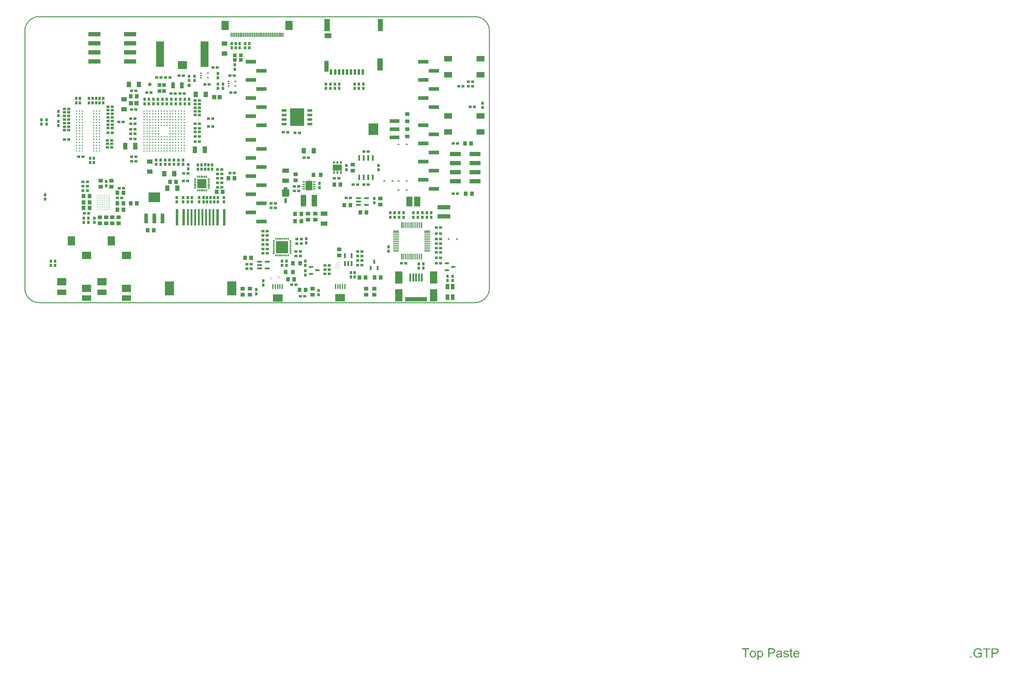
<source format=gtp>
G04*
G04 #@! TF.GenerationSoftware,Altium Limited,Altium Designer,19.0.13 (425)*
G04*
G04 Layer_Color=8421504*
%FSLAX43Y43*%
%MOMM*%
G71*
G01*
G75*
%ADD10C,0.250*%
%ADD11R,0.300X0.600*%
%ADD12C,0.250*%
%ADD13R,1.800X2.800*%
%ADD14R,1.000X1.800*%
%ADD15R,4.000X5.000*%
%ADD16R,1.350X0.800*%
%ADD17R,6.200X1.200*%
%ADD18R,2.000X3.500*%
%ADD19R,0.500X2.300*%
%ADD20R,2.800X2.000*%
%ADD21R,0.400X1.350*%
%ADD22R,3.150X1.270*%
%ADD23R,3.680X1.270*%
%ADD24R,1.270X1.524*%
%ADD25R,3.400X1.200*%
%ADD26R,0.600X0.420*%
%ADD27R,1.450X0.550*%
%ADD28R,1.200X0.600*%
%ADD29R,2.700X1.000*%
%ADD30R,2.700X3.300*%
%ADD31R,0.600X0.450*%
%ADD32R,0.610X1.524*%
%ADD33C,0.991*%
%ADD34R,2.500X3.900*%
%ADD35R,0.800X4.600*%
%ADD36R,0.600X4.600*%
%ADD37R,2.200X7.100*%
%ADD38R,2.600X2.200*%
%ADD39O,1.803X0.257*%
%ADD40O,1.803X0.254*%
%ADD41O,0.257X1.803*%
%ADD42O,0.254X1.803*%
%ADD43R,1.900X2.640*%
%ADD44R,0.700X0.400*%
%ADD45R,0.600X0.300*%
%ADD46R,3.400X3.400*%
%ADD47O,0.690X0.280*%
%ADD48O,0.280X0.690*%
%ADD49R,2.500X2.500*%
%ADD50R,0.800X1.600*%
%ADD51R,1.200X3.100*%
%ADD52R,1.600X3.500*%
%ADD53R,1.400X3.500*%
%ADD54R,1.500X3.500*%
%ADD55R,1.950X1.400*%
%ADD56R,2.500X1.500*%
%ADD57R,2.500X2.000*%
%ADD58R,2.000X2.500*%
%ADD59R,1.000X1.000*%
%ADD60R,1.100X1.500*%
%ADD61R,0.300X1.250*%
%ADD62C,0.320*%
%ADD63P,0.379X8X22.5*%
%ADD64R,3.000X1.020*%
%ADD65R,2.030X1.820*%
%ADD66R,0.750X1.380*%
%ADD67R,2.500X1.750*%
%ADD68R,0.500X0.800*%
%ADD69R,2.160X1.520*%
%ADD70C,0.220*%
%ADD71P,0.379X8X292.5*%
%ADD72R,1.600X3.200*%
%ADD73R,1.270X1.829*%
%ADD74R,1.016X1.270*%
%ADD75R,1.270X1.016*%
%ADD76R,1.250X1.200*%
%ADD77R,1.100X1.200*%
%ADD78R,1.200X1.100*%
%ADD79R,0.962X0.762*%
%ADD80R,0.762X0.962*%
%ADD81R,1.829X1.270*%
%ADD82R,0.600X1.200*%
%ADD83R,1.000X1.000*%
%ADD84R,1.524X1.270*%
%ADD85R,0.550X1.450*%
%ADD86R,1.000X2.700*%
%ADD87R,3.300X2.700*%
G36*
X47772Y20739D02*
X46772D01*
Y21739D01*
X47772D01*
Y20739D01*
D02*
G37*
G36*
X46372D02*
X45372D01*
Y21739D01*
X46372D01*
Y20739D01*
D02*
G37*
G36*
X47772Y19339D02*
X46772D01*
Y20339D01*
X47772D01*
Y19339D01*
D02*
G37*
G36*
X46372D02*
X45372D01*
Y20339D01*
X46372D01*
Y19339D01*
D02*
G37*
G36*
X68300Y3450D02*
X67500D01*
Y4250D01*
X68300D01*
Y3450D01*
D02*
G37*
G36*
Y2350D02*
X67500D01*
Y3150D01*
X68300D01*
Y2350D01*
D02*
G37*
G36*
Y1150D02*
X67500D01*
Y2050D01*
X68300D01*
Y1150D01*
D02*
G37*
G36*
X68600Y2050D02*
Y1250D01*
X69400D01*
Y2050D01*
X68600D01*
D02*
G37*
G36*
Y3150D02*
Y2350D01*
X69400D01*
Y3150D01*
X68600D01*
D02*
G37*
G36*
X69700Y2050D02*
Y1250D01*
X70500D01*
Y2050D01*
X69700D01*
D02*
G37*
G36*
Y3150D02*
Y2350D01*
X70500D01*
Y3150D01*
X69700D01*
D02*
G37*
G36*
X68600Y4250D02*
Y3450D01*
X69400D01*
Y4250D01*
X68600D01*
D02*
G37*
G36*
X69700D02*
Y3450D01*
X70500D01*
Y4250D01*
X69700D01*
D02*
G37*
G36*
X70500Y18050D02*
X70950D01*
Y16850D01*
X69050D01*
Y18050D01*
X69500D01*
Y19450D01*
X70500D01*
Y18050D01*
D02*
G37*
G36*
X77400Y18725D02*
X76850D01*
Y18425D01*
X76700D01*
Y18725D01*
X76300D01*
Y18425D01*
X76150D01*
Y18725D01*
X75600D01*
Y21275D01*
X76150D01*
Y21575D01*
X76300D01*
Y21275D01*
X76700D01*
Y21575D01*
X76850D01*
Y21275D01*
X77400D01*
Y18725D01*
D02*
G37*
G36*
X202864Y-110136D02*
X202890Y-110139D01*
X202946Y-110147D01*
X203013Y-110162D01*
X203083Y-110184D01*
X203153Y-110217D01*
X203224Y-110258D01*
X203227D01*
X203231Y-110265D01*
X203253Y-110280D01*
X203287Y-110310D01*
X203327Y-110347D01*
X203372Y-110395D01*
X203416Y-110454D01*
X203461Y-110524D01*
X203498Y-110602D01*
Y-110606D01*
X203501Y-110613D01*
X203505Y-110624D01*
X203512Y-110639D01*
X203520Y-110661D01*
X203527Y-110687D01*
X203546Y-110747D01*
X203564Y-110821D01*
X203579Y-110902D01*
X203590Y-110995D01*
X203594Y-111091D01*
Y-111095D01*
Y-111102D01*
Y-111117D01*
Y-111139D01*
X203590Y-111165D01*
Y-111195D01*
X203583Y-111261D01*
X203568Y-111343D01*
X203550Y-111428D01*
X203524Y-111517D01*
X203490Y-111606D01*
Y-111610D01*
X203487Y-111617D01*
X203479Y-111628D01*
X203472Y-111643D01*
X203446Y-111684D01*
X203412Y-111735D01*
X203372Y-111791D01*
X203320Y-111847D01*
X203261Y-111902D01*
X203190Y-111954D01*
X203187D01*
X203183Y-111958D01*
X203172Y-111965D01*
X203157Y-111972D01*
X203120Y-111991D01*
X203068Y-112013D01*
X203005Y-112035D01*
X202938Y-112054D01*
X202861Y-112069D01*
X202783Y-112072D01*
X202757D01*
X202727Y-112069D01*
X202690Y-112065D01*
X202646Y-112058D01*
X202598Y-112047D01*
X202550Y-112032D01*
X202501Y-112009D01*
X202498Y-112006D01*
X202479Y-111998D01*
X202457Y-111984D01*
X202427Y-111961D01*
X202398Y-111939D01*
X202361Y-111909D01*
X202327Y-111876D01*
X202298Y-111839D01*
Y-112743D01*
X201983D01*
Y-110173D01*
X202268D01*
Y-110417D01*
X202272Y-110410D01*
X202287Y-110395D01*
X202305Y-110369D01*
X202335Y-110339D01*
X202368Y-110302D01*
X202405Y-110269D01*
X202450Y-110236D01*
X202494Y-110206D01*
X202501Y-110202D01*
X202516Y-110195D01*
X202546Y-110184D01*
X202583Y-110169D01*
X202627Y-110154D01*
X202679Y-110143D01*
X202738Y-110136D01*
X202805Y-110132D01*
X202846D01*
X202864Y-110136D01*
D02*
G37*
G36*
X210038D02*
X210093Y-110139D01*
X210153Y-110147D01*
X210215Y-110162D01*
X210282Y-110176D01*
X210345Y-110199D01*
X210349D01*
X210353Y-110202D01*
X210371Y-110210D01*
X210401Y-110224D01*
X210438Y-110243D01*
X210478Y-110269D01*
X210519Y-110299D01*
X210556Y-110332D01*
X210590Y-110369D01*
X210593Y-110373D01*
X210601Y-110387D01*
X210615Y-110413D01*
X210634Y-110443D01*
X210652Y-110487D01*
X210671Y-110536D01*
X210686Y-110591D01*
X210701Y-110654D01*
X210393Y-110695D01*
Y-110687D01*
X210390Y-110673D01*
X210382Y-110647D01*
X210371Y-110613D01*
X210353Y-110580D01*
X210330Y-110543D01*
X210304Y-110506D01*
X210267Y-110473D01*
X210264Y-110469D01*
X210249Y-110461D01*
X210227Y-110447D01*
X210193Y-110432D01*
X210156Y-110417D01*
X210108Y-110402D01*
X210049Y-110395D01*
X209986Y-110391D01*
X209949D01*
X209912Y-110395D01*
X209864Y-110399D01*
X209816Y-110410D01*
X209764Y-110421D01*
X209716Y-110439D01*
X209675Y-110465D01*
X209671Y-110469D01*
X209660Y-110476D01*
X209645Y-110491D01*
X209630Y-110513D01*
X209612Y-110536D01*
X209597Y-110565D01*
X209586Y-110599D01*
X209582Y-110632D01*
Y-110636D01*
Y-110643D01*
X209586Y-110654D01*
Y-110669D01*
X209597Y-110706D01*
X209619Y-110743D01*
X209623Y-110747D01*
X209627Y-110750D01*
X209634Y-110761D01*
X209649Y-110773D01*
X209664Y-110784D01*
X209686Y-110798D01*
X209712Y-110810D01*
X209741Y-110824D01*
X209745D01*
X209753Y-110828D01*
X209767Y-110832D01*
X209793Y-110843D01*
X209830Y-110854D01*
X209878Y-110865D01*
X209908Y-110876D01*
X209941Y-110884D01*
X209978Y-110895D01*
X210019Y-110906D01*
X210023D01*
X210034Y-110910D01*
X210053Y-110913D01*
X210075Y-110921D01*
X210101Y-110928D01*
X210134Y-110936D01*
X210204Y-110958D01*
X210282Y-110980D01*
X210360Y-111006D01*
X210430Y-111032D01*
X210460Y-111043D01*
X210486Y-111054D01*
X210493Y-111058D01*
X210508Y-111065D01*
X210530Y-111076D01*
X210564Y-111095D01*
X210597Y-111117D01*
X210630Y-111147D01*
X210664Y-111180D01*
X210693Y-111217D01*
X210697Y-111221D01*
X210704Y-111235D01*
X210719Y-111258D01*
X210734Y-111291D01*
X210745Y-111332D01*
X210760Y-111376D01*
X210767Y-111428D01*
X210771Y-111487D01*
Y-111495D01*
Y-111513D01*
X210767Y-111543D01*
X210760Y-111584D01*
X210749Y-111628D01*
X210730Y-111676D01*
X210708Y-111732D01*
X210678Y-111784D01*
X210675Y-111791D01*
X210660Y-111806D01*
X210641Y-111832D01*
X210612Y-111861D01*
X210571Y-111895D01*
X210527Y-111932D01*
X210475Y-111965D01*
X210412Y-111998D01*
X210408D01*
X210404Y-112002D01*
X210382Y-112009D01*
X210345Y-112021D01*
X210297Y-112035D01*
X210238Y-112050D01*
X210171Y-112061D01*
X210101Y-112069D01*
X210019Y-112072D01*
X209986D01*
X209960Y-112069D01*
X209930D01*
X209893Y-112065D01*
X209856Y-112061D01*
X209816Y-112054D01*
X209727Y-112035D01*
X209634Y-112009D01*
X209545Y-111972D01*
X209504Y-111950D01*
X209467Y-111924D01*
X209464Y-111921D01*
X209460Y-111917D01*
X209438Y-111895D01*
X209404Y-111861D01*
X209367Y-111810D01*
X209327Y-111747D01*
X209286Y-111672D01*
X209253Y-111580D01*
X209227Y-111476D01*
X209538Y-111428D01*
Y-111432D01*
Y-111435D01*
X209545Y-111458D01*
X209553Y-111495D01*
X209567Y-111535D01*
X209586Y-111580D01*
X209608Y-111628D01*
X209641Y-111676D01*
X209682Y-111717D01*
X209690Y-111721D01*
X209704Y-111732D01*
X209734Y-111747D01*
X209771Y-111765D01*
X209819Y-111784D01*
X209875Y-111798D01*
X209941Y-111810D01*
X210019Y-111813D01*
X210056D01*
X210093Y-111810D01*
X210141Y-111802D01*
X210193Y-111791D01*
X210249Y-111776D01*
X210297Y-111758D01*
X210341Y-111728D01*
X210345Y-111724D01*
X210360Y-111713D01*
X210375Y-111695D01*
X210397Y-111669D01*
X210415Y-111639D01*
X210434Y-111602D01*
X210445Y-111565D01*
X210449Y-111521D01*
Y-111517D01*
Y-111502D01*
X210445Y-111484D01*
X210438Y-111458D01*
X210427Y-111432D01*
X210408Y-111406D01*
X210386Y-111376D01*
X210353Y-111354D01*
X210349Y-111350D01*
X210338Y-111347D01*
X210319Y-111335D01*
X210290Y-111324D01*
X210245Y-111310D01*
X210219Y-111298D01*
X210190Y-111291D01*
X210156Y-111280D01*
X210119Y-111269D01*
X210078Y-111258D01*
X210030Y-111247D01*
X210027D01*
X210016Y-111243D01*
X209997Y-111239D01*
X209975Y-111232D01*
X209945Y-111224D01*
X209912Y-111213D01*
X209841Y-111195D01*
X209760Y-111169D01*
X209682Y-111147D01*
X209608Y-111121D01*
X209575Y-111106D01*
X209549Y-111095D01*
X209541Y-111091D01*
X209527Y-111084D01*
X209504Y-111069D01*
X209475Y-111050D01*
X209441Y-111024D01*
X209408Y-110995D01*
X209375Y-110961D01*
X209345Y-110921D01*
X209342Y-110917D01*
X209334Y-110902D01*
X209323Y-110876D01*
X209312Y-110847D01*
X209301Y-110810D01*
X209290Y-110765D01*
X209282Y-110721D01*
X209279Y-110669D01*
Y-110661D01*
Y-110647D01*
X209282Y-110624D01*
X209286Y-110591D01*
X209293Y-110558D01*
X209301Y-110517D01*
X209316Y-110480D01*
X209334Y-110439D01*
X209338Y-110436D01*
X209345Y-110421D01*
X209356Y-110402D01*
X209375Y-110376D01*
X209397Y-110350D01*
X209423Y-110317D01*
X209453Y-110287D01*
X209490Y-110262D01*
X209493Y-110258D01*
X209504Y-110254D01*
X209519Y-110243D01*
X209541Y-110232D01*
X209571Y-110217D01*
X209604Y-110202D01*
X209645Y-110187D01*
X209690Y-110173D01*
X209697Y-110169D01*
X209712Y-110165D01*
X209738Y-110158D01*
X209771Y-110150D01*
X209812Y-110143D01*
X209856Y-110139D01*
X209908Y-110132D01*
X209997D01*
X210038Y-110136D01*
D02*
G37*
G36*
X208227D02*
X208282Y-110139D01*
X208345Y-110147D01*
X208408Y-110158D01*
X208471Y-110173D01*
X208530Y-110191D01*
X208538Y-110195D01*
X208556Y-110202D01*
X208582Y-110213D01*
X208616Y-110228D01*
X208653Y-110250D01*
X208690Y-110273D01*
X208723Y-110302D01*
X208753Y-110332D01*
X208756Y-110336D01*
X208764Y-110347D01*
X208775Y-110365D01*
X208790Y-110387D01*
X208808Y-110421D01*
X208823Y-110454D01*
X208838Y-110495D01*
X208849Y-110543D01*
Y-110547D01*
X208853Y-110558D01*
X208856Y-110580D01*
X208860Y-110610D01*
Y-110650D01*
X208864Y-110699D01*
X208867Y-110761D01*
Y-110832D01*
Y-111254D01*
Y-111258D01*
Y-111273D01*
Y-111295D01*
Y-111324D01*
Y-111358D01*
Y-111398D01*
X208871Y-111487D01*
Y-111580D01*
X208875Y-111672D01*
X208879Y-111713D01*
Y-111750D01*
X208882Y-111784D01*
X208886Y-111810D01*
Y-111813D01*
X208890Y-111828D01*
X208893Y-111850D01*
X208905Y-111880D01*
X208912Y-111913D01*
X208927Y-111950D01*
X208945Y-111991D01*
X208964Y-112032D01*
X208634D01*
X208630Y-112028D01*
X208627Y-112013D01*
X208619Y-111995D01*
X208608Y-111965D01*
X208597Y-111932D01*
X208590Y-111891D01*
X208582Y-111847D01*
X208575Y-111798D01*
X208571D01*
X208568Y-111806D01*
X208545Y-111824D01*
X208512Y-111850D01*
X208468Y-111884D01*
X208412Y-111917D01*
X208356Y-111954D01*
X208297Y-111987D01*
X208234Y-112013D01*
X208227Y-112017D01*
X208205Y-112021D01*
X208171Y-112032D01*
X208131Y-112043D01*
X208079Y-112054D01*
X208019Y-112061D01*
X207953Y-112069D01*
X207886Y-112072D01*
X207856D01*
X207834Y-112069D01*
X207808D01*
X207779Y-112065D01*
X207712Y-112054D01*
X207638Y-112035D01*
X207557Y-112009D01*
X207482Y-111972D01*
X207416Y-111924D01*
X207408Y-111917D01*
X207390Y-111898D01*
X207364Y-111865D01*
X207334Y-111821D01*
X207305Y-111765D01*
X207279Y-111702D01*
X207260Y-111624D01*
X207257Y-111587D01*
X207253Y-111543D01*
Y-111535D01*
Y-111521D01*
X207257Y-111495D01*
X207260Y-111461D01*
X207268Y-111421D01*
X207279Y-111380D01*
X207294Y-111335D01*
X207312Y-111295D01*
X207316Y-111291D01*
X207323Y-111276D01*
X207338Y-111254D01*
X207357Y-111228D01*
X207379Y-111198D01*
X207408Y-111169D01*
X207438Y-111139D01*
X207475Y-111113D01*
X207479Y-111110D01*
X207494Y-111102D01*
X207512Y-111087D01*
X207542Y-111073D01*
X207575Y-111058D01*
X207616Y-111039D01*
X207656Y-111024D01*
X207705Y-111010D01*
X207708D01*
X207723Y-111006D01*
X207745Y-110998D01*
X207775Y-110995D01*
X207812Y-110987D01*
X207860Y-110980D01*
X207916Y-110969D01*
X207982Y-110961D01*
X207986D01*
X208001Y-110958D01*
X208019D01*
X208045Y-110954D01*
X208075Y-110950D01*
X208112Y-110943D01*
X208153Y-110939D01*
X208197Y-110932D01*
X208286Y-110913D01*
X208382Y-110895D01*
X208468Y-110873D01*
X208508Y-110861D01*
X208545Y-110850D01*
Y-110847D01*
Y-110839D01*
X208549Y-110817D01*
Y-110791D01*
Y-110776D01*
Y-110769D01*
Y-110765D01*
Y-110761D01*
Y-110739D01*
X208545Y-110702D01*
X208538Y-110661D01*
X208527Y-110617D01*
X208508Y-110573D01*
X208486Y-110532D01*
X208456Y-110499D01*
X208453Y-110495D01*
X208434Y-110480D01*
X208405Y-110465D01*
X208368Y-110443D01*
X208316Y-110424D01*
X208256Y-110406D01*
X208182Y-110395D01*
X208097Y-110391D01*
X208060D01*
X208023Y-110395D01*
X207971Y-110402D01*
X207919Y-110410D01*
X207864Y-110424D01*
X207812Y-110443D01*
X207768Y-110469D01*
X207764Y-110473D01*
X207749Y-110484D01*
X207731Y-110502D01*
X207708Y-110532D01*
X207686Y-110569D01*
X207660Y-110617D01*
X207638Y-110676D01*
X207616Y-110743D01*
X207308Y-110702D01*
Y-110699D01*
X207312Y-110695D01*
Y-110684D01*
X207316Y-110669D01*
X207327Y-110636D01*
X207342Y-110587D01*
X207360Y-110539D01*
X207382Y-110487D01*
X207412Y-110436D01*
X207445Y-110387D01*
X207449Y-110384D01*
X207464Y-110369D01*
X207486Y-110347D01*
X207516Y-110317D01*
X207557Y-110287D01*
X207605Y-110258D01*
X207660Y-110224D01*
X207723Y-110199D01*
X207727D01*
X207731Y-110195D01*
X207742Y-110191D01*
X207756Y-110187D01*
X207794Y-110176D01*
X207845Y-110165D01*
X207905Y-110154D01*
X207979Y-110143D01*
X208056Y-110136D01*
X208145Y-110132D01*
X208186D01*
X208227Y-110136D01*
D02*
G37*
G36*
X206120Y-109473D02*
X206183Y-109476D01*
X206249Y-109480D01*
X206312Y-109488D01*
X206368Y-109495D01*
X206375D01*
X206401Y-109502D01*
X206434Y-109510D01*
X206479Y-109521D01*
X206527Y-109539D01*
X206579Y-109562D01*
X206634Y-109588D01*
X206683Y-109617D01*
X206690Y-109621D01*
X206705Y-109632D01*
X206727Y-109654D01*
X206757Y-109680D01*
X206790Y-109713D01*
X206823Y-109758D01*
X206860Y-109806D01*
X206890Y-109862D01*
X206894Y-109869D01*
X206901Y-109887D01*
X206916Y-109921D01*
X206931Y-109965D01*
X206942Y-110017D01*
X206957Y-110076D01*
X206964Y-110143D01*
X206968Y-110213D01*
Y-110217D01*
Y-110228D01*
Y-110243D01*
X206964Y-110269D01*
X206960Y-110295D01*
X206957Y-110328D01*
X206949Y-110365D01*
X206942Y-110406D01*
X206916Y-110491D01*
X206901Y-110536D01*
X206879Y-110584D01*
X206853Y-110632D01*
X206827Y-110676D01*
X206794Y-110721D01*
X206757Y-110765D01*
X206753Y-110769D01*
X206745Y-110776D01*
X206734Y-110787D01*
X206716Y-110798D01*
X206694Y-110817D01*
X206664Y-110836D01*
X206627Y-110858D01*
X206586Y-110876D01*
X206538Y-110898D01*
X206483Y-110921D01*
X206423Y-110939D01*
X206353Y-110954D01*
X206279Y-110969D01*
X206197Y-110980D01*
X206105Y-110987D01*
X206009Y-110991D01*
X205353D01*
Y-112032D01*
X205012D01*
Y-109469D01*
X206064D01*
X206120Y-109473D01*
D02*
G37*
G36*
X199680Y-109773D02*
X198835D01*
Y-112032D01*
X198494D01*
Y-109773D01*
X197650D01*
Y-109469D01*
X199680D01*
Y-109773D01*
D02*
G37*
G36*
X211512Y-110173D02*
X211830D01*
Y-110417D01*
X211512D01*
Y-111510D01*
Y-111517D01*
Y-111532D01*
Y-111554D01*
X211515Y-111580D01*
X211519Y-111639D01*
X211523Y-111665D01*
X211526Y-111684D01*
X211530Y-111691D01*
X211541Y-111706D01*
X211556Y-111724D01*
X211582Y-111743D01*
X211589Y-111747D01*
X211608Y-111754D01*
X211641Y-111761D01*
X211689Y-111765D01*
X211726D01*
X211745Y-111761D01*
X211771D01*
X211801Y-111758D01*
X211830Y-111754D01*
X211871Y-112032D01*
X211863D01*
X211849Y-112035D01*
X211823Y-112039D01*
X211789Y-112043D01*
X211752Y-112050D01*
X211712Y-112054D01*
X211630Y-112058D01*
X211601D01*
X211571Y-112054D01*
X211534Y-112050D01*
X211489Y-112047D01*
X211445Y-112035D01*
X211404Y-112024D01*
X211364Y-112006D01*
X211360Y-112002D01*
X211349Y-111995D01*
X211334Y-111984D01*
X211312Y-111965D01*
X211293Y-111947D01*
X211271Y-111921D01*
X211249Y-111895D01*
X211234Y-111861D01*
Y-111858D01*
X211226Y-111843D01*
X211223Y-111817D01*
X211215Y-111780D01*
X211208Y-111732D01*
X211204Y-111702D01*
Y-111669D01*
X211201Y-111628D01*
X211197Y-111587D01*
Y-111543D01*
Y-111491D01*
Y-110417D01*
X210964D01*
Y-110173D01*
X211197D01*
Y-109713D01*
X211512Y-109525D01*
Y-110173D01*
D02*
G37*
G36*
X212963Y-110136D02*
X212993Y-110139D01*
X213030Y-110147D01*
X213071Y-110154D01*
X213119Y-110165D01*
X213163Y-110176D01*
X213215Y-110195D01*
X213263Y-110213D01*
X213315Y-110239D01*
X213367Y-110269D01*
X213419Y-110302D01*
X213467Y-110343D01*
X213511Y-110387D01*
X213515Y-110391D01*
X213523Y-110399D01*
X213534Y-110413D01*
X213548Y-110436D01*
X213567Y-110461D01*
X213585Y-110491D01*
X213608Y-110528D01*
X213630Y-110573D01*
X213652Y-110621D01*
X213674Y-110673D01*
X213693Y-110732D01*
X213711Y-110795D01*
X213726Y-110865D01*
X213737Y-110939D01*
X213745Y-111017D01*
X213748Y-111102D01*
Y-111106D01*
Y-111121D01*
Y-111147D01*
X213745Y-111184D01*
X212356D01*
Y-111187D01*
Y-111198D01*
X212360Y-111213D01*
Y-111235D01*
X212363Y-111261D01*
X212371Y-111291D01*
X212382Y-111358D01*
X212404Y-111432D01*
X212434Y-111513D01*
X212475Y-111587D01*
X212526Y-111654D01*
X212530D01*
X212534Y-111661D01*
X212556Y-111680D01*
X212589Y-111706D01*
X212634Y-111732D01*
X212693Y-111761D01*
X212760Y-111787D01*
X212834Y-111806D01*
X212874Y-111810D01*
X212919Y-111813D01*
X212949D01*
X212982Y-111810D01*
X213023Y-111802D01*
X213067Y-111791D01*
X213119Y-111776D01*
X213167Y-111754D01*
X213215Y-111724D01*
X213219Y-111721D01*
X213237Y-111706D01*
X213260Y-111684D01*
X213286Y-111654D01*
X213315Y-111613D01*
X213348Y-111561D01*
X213382Y-111502D01*
X213411Y-111432D01*
X213737Y-111472D01*
Y-111476D01*
X213734Y-111484D01*
X213730Y-111498D01*
X213723Y-111521D01*
X213711Y-111543D01*
X213700Y-111572D01*
X213671Y-111635D01*
X213634Y-111706D01*
X213582Y-111780D01*
X213523Y-111850D01*
X213448Y-111917D01*
X213445D01*
X213437Y-111924D01*
X213426Y-111932D01*
X213411Y-111943D01*
X213389Y-111954D01*
X213367Y-111965D01*
X213337Y-111980D01*
X213304Y-111995D01*
X213267Y-112009D01*
X213230Y-112024D01*
X213137Y-112047D01*
X213034Y-112065D01*
X212919Y-112072D01*
X212878D01*
X212852Y-112069D01*
X212819Y-112065D01*
X212778Y-112058D01*
X212734Y-112050D01*
X212686Y-112043D01*
X212582Y-112013D01*
X212526Y-111991D01*
X212475Y-111969D01*
X212419Y-111939D01*
X212367Y-111906D01*
X212319Y-111869D01*
X212271Y-111824D01*
X212267Y-111821D01*
X212260Y-111813D01*
X212249Y-111798D01*
X212234Y-111776D01*
X212215Y-111750D01*
X212197Y-111721D01*
X212175Y-111684D01*
X212152Y-111643D01*
X212130Y-111595D01*
X212108Y-111543D01*
X212089Y-111484D01*
X212071Y-111421D01*
X212056Y-111354D01*
X212045Y-111280D01*
X212038Y-111202D01*
X212034Y-111121D01*
Y-111117D01*
Y-111098D01*
Y-111076D01*
X212038Y-111043D01*
X212041Y-111002D01*
X212045Y-110958D01*
X212052Y-110906D01*
X212063Y-110854D01*
X212093Y-110736D01*
X212112Y-110676D01*
X212134Y-110613D01*
X212163Y-110554D01*
X212197Y-110499D01*
X212234Y-110443D01*
X212275Y-110391D01*
X212278Y-110387D01*
X212286Y-110380D01*
X212300Y-110369D01*
X212319Y-110350D01*
X212341Y-110332D01*
X212371Y-110310D01*
X212404Y-110284D01*
X212445Y-110262D01*
X212486Y-110236D01*
X212534Y-110213D01*
X212586Y-110191D01*
X212641Y-110173D01*
X212700Y-110154D01*
X212763Y-110143D01*
X212830Y-110136D01*
X212900Y-110132D01*
X212937D01*
X212963Y-110136D01*
D02*
G37*
G36*
X200805D02*
X200839Y-110139D01*
X200876Y-110147D01*
X200916Y-110154D01*
X200965Y-110162D01*
X201065Y-110195D01*
X201116Y-110213D01*
X201168Y-110239D01*
X201220Y-110265D01*
X201272Y-110302D01*
X201320Y-110339D01*
X201368Y-110384D01*
X201372Y-110387D01*
X201379Y-110395D01*
X201390Y-110410D01*
X201405Y-110428D01*
X201424Y-110454D01*
X201446Y-110487D01*
X201468Y-110524D01*
X201490Y-110565D01*
X201513Y-110610D01*
X201535Y-110665D01*
X201557Y-110721D01*
X201576Y-110784D01*
X201590Y-110850D01*
X201602Y-110921D01*
X201609Y-110995D01*
X201613Y-111076D01*
Y-111080D01*
Y-111091D01*
Y-111110D01*
Y-111135D01*
X201609Y-111165D01*
X201605Y-111202D01*
Y-111239D01*
X201598Y-111280D01*
X201587Y-111373D01*
X201565Y-111465D01*
X201539Y-111558D01*
X201502Y-111643D01*
Y-111647D01*
X201498Y-111650D01*
X201490Y-111661D01*
X201483Y-111676D01*
X201457Y-111713D01*
X201424Y-111758D01*
X201379Y-111810D01*
X201324Y-111861D01*
X201261Y-111913D01*
X201187Y-111961D01*
X201183D01*
X201179Y-111965D01*
X201168Y-111972D01*
X201150Y-111980D01*
X201131Y-111987D01*
X201109Y-111995D01*
X201053Y-112017D01*
X200991Y-112035D01*
X200913Y-112054D01*
X200831Y-112069D01*
X200742Y-112072D01*
X200705D01*
X200676Y-112069D01*
X200642Y-112065D01*
X200605Y-112058D01*
X200561Y-112050D01*
X200516Y-112043D01*
X200417Y-112013D01*
X200361Y-111991D01*
X200309Y-111969D01*
X200257Y-111939D01*
X200205Y-111906D01*
X200157Y-111869D01*
X200109Y-111824D01*
X200105Y-111821D01*
X200098Y-111813D01*
X200087Y-111798D01*
X200072Y-111776D01*
X200054Y-111750D01*
X200035Y-111721D01*
X200013Y-111684D01*
X199991Y-111639D01*
X199968Y-111591D01*
X199946Y-111535D01*
X199928Y-111476D01*
X199909Y-111413D01*
X199894Y-111343D01*
X199883Y-111269D01*
X199876Y-111187D01*
X199872Y-111102D01*
Y-111095D01*
Y-111080D01*
X199876Y-111054D01*
Y-111017D01*
X199880Y-110976D01*
X199887Y-110924D01*
X199894Y-110873D01*
X199909Y-110813D01*
X199924Y-110754D01*
X199942Y-110691D01*
X199965Y-110624D01*
X199994Y-110561D01*
X200024Y-110502D01*
X200065Y-110443D01*
X200105Y-110387D01*
X200157Y-110339D01*
X200161Y-110336D01*
X200168Y-110332D01*
X200183Y-110321D01*
X200202Y-110306D01*
X200224Y-110291D01*
X200254Y-110273D01*
X200283Y-110254D01*
X200320Y-110236D01*
X200361Y-110217D01*
X200405Y-110199D01*
X200505Y-110165D01*
X200620Y-110139D01*
X200679Y-110136D01*
X200742Y-110132D01*
X200779D01*
X200805Y-110136D01*
D02*
G37*
G36*
X263811Y-109472D02*
X263841D01*
X263911Y-109479D01*
X263989Y-109490D01*
X264070Y-109509D01*
X264159Y-109531D01*
X264244Y-109560D01*
X264248D01*
X264255Y-109564D01*
X264266Y-109568D01*
X264281Y-109575D01*
X264322Y-109598D01*
X264374Y-109623D01*
X264429Y-109660D01*
X264489Y-109705D01*
X264544Y-109753D01*
X264596Y-109812D01*
X264603Y-109820D01*
X264618Y-109842D01*
X264640Y-109875D01*
X264670Y-109923D01*
X264700Y-109983D01*
X264733Y-110057D01*
X264766Y-110138D01*
X264792Y-110231D01*
X264485Y-110312D01*
Y-110309D01*
X264481Y-110305D01*
X264477Y-110294D01*
X264474Y-110279D01*
X264463Y-110246D01*
X264448Y-110201D01*
X264426Y-110149D01*
X264400Y-110101D01*
X264374Y-110049D01*
X264340Y-110005D01*
X264337Y-110001D01*
X264326Y-109986D01*
X264303Y-109968D01*
X264277Y-109942D01*
X264244Y-109912D01*
X264200Y-109883D01*
X264152Y-109853D01*
X264096Y-109827D01*
X264089Y-109823D01*
X264070Y-109816D01*
X264037Y-109805D01*
X263992Y-109790D01*
X263941Y-109779D01*
X263881Y-109768D01*
X263815Y-109760D01*
X263744Y-109757D01*
X263703D01*
X263685Y-109760D01*
X263663D01*
X263607Y-109764D01*
X263544Y-109775D01*
X263474Y-109786D01*
X263407Y-109805D01*
X263341Y-109831D01*
X263333Y-109835D01*
X263311Y-109842D01*
X263281Y-109860D01*
X263244Y-109879D01*
X263200Y-109909D01*
X263152Y-109938D01*
X263107Y-109975D01*
X263067Y-110016D01*
X263063Y-110020D01*
X263048Y-110034D01*
X263029Y-110060D01*
X263007Y-110090D01*
X262981Y-110127D01*
X262955Y-110172D01*
X262930Y-110220D01*
X262904Y-110271D01*
Y-110275D01*
X262900Y-110283D01*
X262896Y-110294D01*
X262889Y-110312D01*
X262881Y-110334D01*
X262874Y-110360D01*
X262863Y-110390D01*
X262855Y-110423D01*
X262837Y-110501D01*
X262822Y-110590D01*
X262811Y-110683D01*
X262807Y-110786D01*
Y-110790D01*
Y-110801D01*
Y-110820D01*
X262811Y-110842D01*
Y-110871D01*
X262815Y-110908D01*
X262818Y-110946D01*
X262822Y-110986D01*
X262837Y-111079D01*
X262855Y-111175D01*
X262885Y-111271D01*
X262922Y-111364D01*
Y-111368D01*
X262930Y-111375D01*
X262933Y-111386D01*
X262944Y-111401D01*
X262970Y-111442D01*
X263011Y-111494D01*
X263059Y-111549D01*
X263118Y-111605D01*
X263189Y-111657D01*
X263267Y-111705D01*
X263270D01*
X263278Y-111708D01*
X263289Y-111716D01*
X263307Y-111723D01*
X263326Y-111731D01*
X263352Y-111738D01*
X263411Y-111760D01*
X263485Y-111779D01*
X263566Y-111797D01*
X263655Y-111812D01*
X263748Y-111816D01*
X263785D01*
X263807Y-111812D01*
X263829D01*
X263885Y-111805D01*
X263952Y-111797D01*
X264022Y-111782D01*
X264100Y-111760D01*
X264178Y-111734D01*
X264181D01*
X264189Y-111731D01*
X264196Y-111727D01*
X264211Y-111719D01*
X264252Y-111701D01*
X264296Y-111679D01*
X264348Y-111653D01*
X264403Y-111623D01*
X264455Y-111590D01*
X264500Y-111553D01*
Y-111071D01*
X263744D01*
Y-110768D01*
X264833D01*
Y-111719D01*
X264829Y-111723D01*
X264822Y-111727D01*
X264807Y-111738D01*
X264789Y-111753D01*
X264766Y-111768D01*
X264740Y-111786D01*
X264707Y-111808D01*
X264674Y-111831D01*
X264596Y-111879D01*
X264507Y-111931D01*
X264415Y-111979D01*
X264315Y-112019D01*
X264311D01*
X264303Y-112023D01*
X264289Y-112027D01*
X264270Y-112034D01*
X264244Y-112042D01*
X264215Y-112053D01*
X264181Y-112060D01*
X264148Y-112068D01*
X264066Y-112086D01*
X263974Y-112105D01*
X263874Y-112116D01*
X263770Y-112119D01*
X263733D01*
X263707Y-112116D01*
X263674D01*
X263633Y-112112D01*
X263589Y-112105D01*
X263541Y-112101D01*
X263433Y-112079D01*
X263318Y-112053D01*
X263200Y-112012D01*
X263141Y-111990D01*
X263081Y-111960D01*
X263078Y-111957D01*
X263067Y-111953D01*
X263052Y-111942D01*
X263029Y-111931D01*
X263004Y-111912D01*
X262978Y-111894D01*
X262907Y-111842D01*
X262833Y-111775D01*
X262755Y-111694D01*
X262681Y-111601D01*
X262615Y-111494D01*
Y-111490D01*
X262607Y-111479D01*
X262600Y-111464D01*
X262589Y-111438D01*
X262578Y-111412D01*
X262567Y-111375D01*
X262552Y-111338D01*
X262537Y-111294D01*
X262522Y-111245D01*
X262507Y-111190D01*
X262496Y-111134D01*
X262485Y-111075D01*
X262467Y-110946D01*
X262459Y-110808D01*
Y-110805D01*
Y-110790D01*
Y-110771D01*
X262463Y-110746D01*
Y-110712D01*
X262467Y-110671D01*
X262474Y-110631D01*
X262478Y-110583D01*
X262489Y-110531D01*
X262496Y-110475D01*
X262526Y-110357D01*
X262563Y-110234D01*
X262615Y-110112D01*
X262618Y-110109D01*
X262622Y-110097D01*
X262630Y-110083D01*
X262644Y-110060D01*
X262659Y-110031D01*
X262678Y-110001D01*
X262730Y-109931D01*
X262792Y-109849D01*
X262870Y-109772D01*
X262959Y-109694D01*
X263011Y-109660D01*
X263063Y-109627D01*
X263067Y-109623D01*
X263078Y-109620D01*
X263092Y-109612D01*
X263115Y-109601D01*
X263144Y-109590D01*
X263178Y-109575D01*
X263215Y-109560D01*
X263259Y-109546D01*
X263307Y-109531D01*
X263359Y-109520D01*
X263415Y-109505D01*
X263474Y-109494D01*
X263603Y-109475D01*
X263670Y-109468D01*
X263789D01*
X263811Y-109472D01*
D02*
G37*
G36*
X268629Y-109516D02*
X268692Y-109520D01*
X268759Y-109523D01*
X268821Y-109531D01*
X268877Y-109538D01*
X268884D01*
X268910Y-109546D01*
X268944Y-109553D01*
X268988Y-109564D01*
X269036Y-109583D01*
X269088Y-109605D01*
X269144Y-109631D01*
X269192Y-109660D01*
X269199Y-109664D01*
X269214Y-109675D01*
X269236Y-109697D01*
X269266Y-109723D01*
X269299Y-109757D01*
X269333Y-109801D01*
X269370Y-109849D01*
X269399Y-109905D01*
X269403Y-109912D01*
X269410Y-109931D01*
X269425Y-109964D01*
X269440Y-110009D01*
X269451Y-110060D01*
X269466Y-110120D01*
X269473Y-110186D01*
X269477Y-110257D01*
Y-110260D01*
Y-110271D01*
Y-110286D01*
X269473Y-110312D01*
X269470Y-110338D01*
X269466Y-110371D01*
X269458Y-110409D01*
X269451Y-110449D01*
X269425Y-110534D01*
X269410Y-110579D01*
X269388Y-110627D01*
X269362Y-110675D01*
X269336Y-110720D01*
X269303Y-110764D01*
X269266Y-110808D01*
X269262Y-110812D01*
X269255Y-110820D01*
X269244Y-110831D01*
X269225Y-110842D01*
X269203Y-110860D01*
X269173Y-110879D01*
X269136Y-110901D01*
X269096Y-110920D01*
X269047Y-110942D01*
X268992Y-110964D01*
X268933Y-110983D01*
X268862Y-110997D01*
X268788Y-111012D01*
X268707Y-111023D01*
X268614Y-111031D01*
X268518Y-111034D01*
X267862D01*
Y-112075D01*
X267522D01*
Y-109512D01*
X268573D01*
X268629Y-109516D01*
D02*
G37*
G36*
X267170Y-109816D02*
X266325D01*
Y-112075D01*
X265985D01*
Y-109816D01*
X265140D01*
Y-109512D01*
X267170D01*
Y-109816D01*
D02*
G37*
G36*
X261959Y-112075D02*
X261600D01*
Y-111716D01*
X261959D01*
Y-112075D01*
D02*
G37*
%LPC*%
G36*
X202776Y-110380D02*
X202757D01*
X202742Y-110384D01*
X202705Y-110391D01*
X202657Y-110402D01*
X202601Y-110424D01*
X202542Y-110458D01*
X202509Y-110480D01*
X202479Y-110506D01*
X202450Y-110536D01*
X202420Y-110569D01*
Y-110573D01*
X202413Y-110576D01*
X202405Y-110587D01*
X202398Y-110602D01*
X202387Y-110624D01*
X202372Y-110647D01*
X202357Y-110676D01*
X202346Y-110706D01*
X202331Y-110743D01*
X202316Y-110784D01*
X202305Y-110828D01*
X202290Y-110876D01*
X202283Y-110932D01*
X202276Y-110987D01*
X202268Y-111047D01*
Y-111113D01*
Y-111117D01*
Y-111128D01*
Y-111147D01*
X202272Y-111173D01*
Y-111202D01*
X202276Y-111235D01*
X202287Y-111313D01*
X202305Y-111402D01*
X202327Y-111487D01*
X202364Y-111572D01*
X202387Y-111610D01*
X202413Y-111643D01*
X202420Y-111650D01*
X202439Y-111669D01*
X202468Y-111698D01*
X202509Y-111728D01*
X202561Y-111758D01*
X202620Y-111787D01*
X202687Y-111806D01*
X202724Y-111810D01*
X202761Y-111813D01*
X202783D01*
X202798Y-111810D01*
X202835Y-111802D01*
X202887Y-111791D01*
X202942Y-111769D01*
X203001Y-111739D01*
X203061Y-111695D01*
X203090Y-111669D01*
X203120Y-111639D01*
Y-111635D01*
X203127Y-111632D01*
X203135Y-111621D01*
X203142Y-111606D01*
X203157Y-111587D01*
X203168Y-111561D01*
X203183Y-111535D01*
X203198Y-111502D01*
X203209Y-111469D01*
X203224Y-111424D01*
X203238Y-111380D01*
X203250Y-111332D01*
X203257Y-111276D01*
X203264Y-111217D01*
X203272Y-111154D01*
Y-111087D01*
Y-111084D01*
Y-111073D01*
Y-111054D01*
X203268Y-111028D01*
Y-110998D01*
X203264Y-110965D01*
X203253Y-110887D01*
X203235Y-110802D01*
X203209Y-110717D01*
X203172Y-110632D01*
X203150Y-110591D01*
X203124Y-110558D01*
Y-110554D01*
X203116Y-110550D01*
X203098Y-110528D01*
X203068Y-110502D01*
X203027Y-110469D01*
X202975Y-110436D01*
X202916Y-110406D01*
X202850Y-110387D01*
X202813Y-110384D01*
X202776Y-110380D01*
D02*
G37*
G36*
X208549Y-111098D02*
X208545D01*
X208542Y-111102D01*
X208530Y-111106D01*
X208516Y-111110D01*
X208497Y-111117D01*
X208475Y-111124D01*
X208449Y-111132D01*
X208419Y-111139D01*
X208386Y-111150D01*
X208345Y-111158D01*
X208305Y-111169D01*
X208256Y-111180D01*
X208205Y-111191D01*
X208153Y-111202D01*
X208093Y-111210D01*
X208031Y-111221D01*
X208023D01*
X208001Y-111224D01*
X207964Y-111232D01*
X207923Y-111239D01*
X207879Y-111247D01*
X207834Y-111258D01*
X207794Y-111269D01*
X207756Y-111284D01*
X207753D01*
X207742Y-111291D01*
X207727Y-111298D01*
X207712Y-111310D01*
X207668Y-111339D01*
X207631Y-111384D01*
Y-111387D01*
X207623Y-111395D01*
X207619Y-111410D01*
X207612Y-111428D01*
X207605Y-111450D01*
X207597Y-111472D01*
X207594Y-111502D01*
X207590Y-111532D01*
Y-111535D01*
Y-111554D01*
X207594Y-111576D01*
X207601Y-111606D01*
X207612Y-111639D01*
X207631Y-111672D01*
X207653Y-111710D01*
X207682Y-111743D01*
X207686Y-111747D01*
X207701Y-111754D01*
X207723Y-111769D01*
X207753Y-111784D01*
X207794Y-111798D01*
X207842Y-111813D01*
X207897Y-111821D01*
X207964Y-111824D01*
X207993D01*
X208031Y-111821D01*
X208071Y-111813D01*
X208123Y-111806D01*
X208175Y-111791D01*
X208230Y-111772D01*
X208286Y-111747D01*
X208293Y-111743D01*
X208308Y-111732D01*
X208334Y-111713D01*
X208364Y-111687D01*
X208397Y-111658D01*
X208434Y-111621D01*
X208464Y-111576D01*
X208493Y-111528D01*
X208497Y-111524D01*
X208501Y-111510D01*
X208508Y-111484D01*
X208519Y-111450D01*
X208530Y-111406D01*
X208538Y-111354D01*
X208542Y-111291D01*
X208545Y-111217D01*
X208549Y-111098D01*
D02*
G37*
G36*
X206086Y-109773D02*
X205353D01*
Y-110687D01*
X206042D01*
X206068Y-110684D01*
X206094D01*
X206123Y-110680D01*
X206194Y-110673D01*
X206271Y-110658D01*
X206349Y-110636D01*
X206420Y-110606D01*
X206453Y-110587D01*
X206479Y-110565D01*
X206486Y-110558D01*
X206501Y-110543D01*
X206523Y-110513D01*
X206549Y-110476D01*
X206575Y-110428D01*
X206597Y-110369D01*
X206612Y-110302D01*
X206620Y-110224D01*
Y-110221D01*
Y-110217D01*
Y-110199D01*
X206616Y-110165D01*
X206608Y-110128D01*
X206601Y-110087D01*
X206586Y-110039D01*
X206564Y-109995D01*
X206538Y-109950D01*
X206534Y-109947D01*
X206523Y-109932D01*
X206505Y-109913D01*
X206483Y-109887D01*
X206449Y-109862D01*
X206412Y-109839D01*
X206371Y-109817D01*
X206323Y-109799D01*
X206320D01*
X206305Y-109795D01*
X206283Y-109791D01*
X206253Y-109784D01*
X206208Y-109780D01*
X206153Y-109776D01*
X206086Y-109773D01*
D02*
G37*
G36*
X212904Y-110391D02*
X212882D01*
X212867Y-110395D01*
X212826Y-110399D01*
X212778Y-110410D01*
X212719Y-110428D01*
X212656Y-110454D01*
X212597Y-110491D01*
X212537Y-110539D01*
X212530Y-110547D01*
X212515Y-110565D01*
X212489Y-110599D01*
X212463Y-110643D01*
X212434Y-110695D01*
X212408Y-110761D01*
X212386Y-110839D01*
X212375Y-110924D01*
X213415D01*
Y-110921D01*
Y-110913D01*
X213411Y-110902D01*
Y-110887D01*
X213404Y-110843D01*
X213393Y-110795D01*
X213374Y-110736D01*
X213356Y-110680D01*
X213326Y-110624D01*
X213293Y-110576D01*
Y-110573D01*
X213286Y-110569D01*
X213267Y-110547D01*
X213234Y-110517D01*
X213189Y-110484D01*
X213134Y-110450D01*
X213067Y-110421D01*
X212989Y-110399D01*
X212949Y-110395D01*
X212904Y-110391D01*
D02*
G37*
G36*
X200742D02*
X200720D01*
X200702Y-110395D01*
X200661Y-110399D01*
X200605Y-110413D01*
X200542Y-110436D01*
X200476Y-110465D01*
X200413Y-110510D01*
X200379Y-110539D01*
X200350Y-110569D01*
Y-110573D01*
X200342Y-110576D01*
X200335Y-110587D01*
X200324Y-110602D01*
X200313Y-110621D01*
X200302Y-110643D01*
X200287Y-110673D01*
X200272Y-110702D01*
X200257Y-110739D01*
X200242Y-110776D01*
X200231Y-110821D01*
X200220Y-110869D01*
X200209Y-110921D01*
X200202Y-110976D01*
X200198Y-111039D01*
X200194Y-111102D01*
Y-111106D01*
Y-111117D01*
Y-111135D01*
X200198Y-111161D01*
Y-111191D01*
X200202Y-111224D01*
X200213Y-111302D01*
X200231Y-111391D01*
X200261Y-111480D01*
X200298Y-111565D01*
X200324Y-111602D01*
X200350Y-111639D01*
X200354D01*
X200357Y-111647D01*
X200379Y-111665D01*
X200413Y-111695D01*
X200457Y-111724D01*
X200513Y-111758D01*
X200579Y-111787D01*
X200657Y-111806D01*
X200698Y-111810D01*
X200742Y-111813D01*
X200765D01*
X200783Y-111810D01*
X200824Y-111802D01*
X200879Y-111791D01*
X200939Y-111769D01*
X201005Y-111739D01*
X201068Y-111695D01*
X201102Y-111665D01*
X201131Y-111635D01*
X201135Y-111632D01*
X201139Y-111628D01*
X201146Y-111617D01*
X201157Y-111602D01*
X201168Y-111584D01*
X201183Y-111561D01*
X201198Y-111532D01*
X201213Y-111502D01*
X201228Y-111465D01*
X201239Y-111424D01*
X201253Y-111380D01*
X201265Y-111332D01*
X201276Y-111276D01*
X201283Y-111221D01*
X201290Y-111158D01*
Y-111091D01*
Y-111087D01*
Y-111076D01*
Y-111058D01*
X201287Y-111035D01*
Y-111006D01*
X201283Y-110973D01*
X201272Y-110895D01*
X201253Y-110813D01*
X201224Y-110724D01*
X201183Y-110643D01*
X201161Y-110602D01*
X201131Y-110569D01*
Y-110565D01*
X201124Y-110561D01*
X201102Y-110539D01*
X201068Y-110513D01*
X201024Y-110480D01*
X200968Y-110447D01*
X200902Y-110417D01*
X200828Y-110399D01*
X200787Y-110395D01*
X200742Y-110391D01*
D02*
G37*
G36*
X268596Y-109816D02*
X267862D01*
Y-110731D01*
X268551D01*
X268577Y-110727D01*
X268603D01*
X268633Y-110723D01*
X268703Y-110716D01*
X268781Y-110701D01*
X268859Y-110679D01*
X268929Y-110649D01*
X268962Y-110631D01*
X268988Y-110608D01*
X268996Y-110601D01*
X269010Y-110586D01*
X269033Y-110557D01*
X269059Y-110520D01*
X269084Y-110471D01*
X269107Y-110412D01*
X269121Y-110346D01*
X269129Y-110268D01*
Y-110264D01*
Y-110260D01*
Y-110242D01*
X269125Y-110209D01*
X269118Y-110172D01*
X269110Y-110131D01*
X269096Y-110083D01*
X269073Y-110038D01*
X269047Y-109994D01*
X269044Y-109990D01*
X269033Y-109975D01*
X269014Y-109957D01*
X268992Y-109931D01*
X268958Y-109905D01*
X268921Y-109883D01*
X268881Y-109860D01*
X268833Y-109842D01*
X268829D01*
X268814Y-109838D01*
X268792Y-109835D01*
X268762Y-109827D01*
X268718Y-109823D01*
X268662Y-109820D01*
X268596Y-109816D01*
D02*
G37*
%LPD*%
D10*
X1000Y67250D02*
G03*
X-3000Y63250I-0J-4000D01*
G01*
X127000D02*
G03*
X123000Y67250I-4000J0D01*
G01*
Y-12750D02*
G03*
X127000Y-8750I0J4000D01*
G01*
X-3000D02*
G03*
X1000Y-12750I4000J-0D01*
G01*
X-3000Y-8750D02*
Y63250D01*
X1000Y67250D02*
X123000D01*
X127000Y-8750D02*
Y63250D01*
X1000Y-12750D02*
X123000D01*
D11*
X67750Y400D02*
D03*
X68250D02*
D03*
X70750Y5100D02*
D03*
X70250D02*
D03*
X69750D02*
D03*
X69250D02*
D03*
X68750D02*
D03*
X68250D02*
D03*
X67750D02*
D03*
X67250D02*
D03*
Y400D02*
D03*
X68750D02*
D03*
X69250D02*
D03*
X69750D02*
D03*
X70250D02*
D03*
X70750D02*
D03*
D12*
X67900Y-5850D02*
D03*
Y-5450D02*
D03*
X68300D02*
D03*
Y-5850D02*
D03*
X17250Y13250D02*
D03*
Y13750D02*
D03*
Y14250D02*
D03*
Y14750D02*
D03*
Y15250D02*
D03*
Y15750D02*
D03*
Y16250D02*
D03*
Y16750D02*
D03*
Y17250D02*
D03*
X17750Y13250D02*
D03*
Y13750D02*
D03*
Y14250D02*
D03*
Y14750D02*
D03*
Y15250D02*
D03*
Y15750D02*
D03*
Y16250D02*
D03*
Y16750D02*
D03*
Y17250D02*
D03*
X18250Y13250D02*
D03*
Y13750D02*
D03*
Y14250D02*
D03*
Y14750D02*
D03*
Y15250D02*
D03*
Y15750D02*
D03*
Y16250D02*
D03*
Y16750D02*
D03*
Y17250D02*
D03*
X18750Y13250D02*
D03*
Y13750D02*
D03*
Y14250D02*
D03*
Y14750D02*
D03*
Y15250D02*
D03*
Y15750D02*
D03*
Y16250D02*
D03*
Y16750D02*
D03*
Y17250D02*
D03*
X19250Y13250D02*
D03*
Y13750D02*
D03*
Y14250D02*
D03*
Y14750D02*
D03*
Y15250D02*
D03*
Y15750D02*
D03*
Y16250D02*
D03*
Y16750D02*
D03*
Y17250D02*
D03*
X19750Y13250D02*
D03*
Y13750D02*
D03*
Y14250D02*
D03*
Y14750D02*
D03*
Y15250D02*
D03*
Y15750D02*
D03*
Y16250D02*
D03*
Y16750D02*
D03*
Y17250D02*
D03*
X20250Y13250D02*
D03*
Y13750D02*
D03*
Y14250D02*
D03*
Y14750D02*
D03*
Y15250D02*
D03*
Y15750D02*
D03*
Y16250D02*
D03*
Y16750D02*
D03*
Y17250D02*
D03*
X20750Y13250D02*
D03*
Y13750D02*
D03*
Y14250D02*
D03*
Y14750D02*
D03*
Y15250D02*
D03*
Y15750D02*
D03*
Y16250D02*
D03*
Y16750D02*
D03*
Y17250D02*
D03*
D13*
X104650Y15500D02*
D03*
X106850D02*
D03*
D14*
X38450Y48000D02*
D03*
X40950D02*
D03*
D15*
X73175Y39130D02*
D03*
D16*
X76750Y41035D02*
D03*
Y39765D02*
D03*
Y38495D02*
D03*
Y37225D02*
D03*
X69600Y41035D02*
D03*
Y39765D02*
D03*
Y38495D02*
D03*
Y37225D02*
D03*
D17*
X106500Y-11850D02*
D03*
D18*
X101653Y-10700D02*
D03*
Y-5700D02*
D03*
X111353Y-10700D02*
D03*
Y-5700D02*
D03*
D19*
X108103Y-5750D02*
D03*
X107303D02*
D03*
X106503D02*
D03*
X105703D02*
D03*
X104903D02*
D03*
D20*
X67757Y-11517D02*
D03*
X85250Y-11450D02*
D03*
D21*
X66457Y-8318D02*
D03*
X67107D02*
D03*
X67757D02*
D03*
X68407D02*
D03*
X69057D02*
D03*
X86550Y-8250D02*
D03*
X85900D02*
D03*
X85250D02*
D03*
X84600D02*
D03*
X83950D02*
D03*
D22*
X117520Y28810D02*
D03*
X122980D02*
D03*
X117520Y26270D02*
D03*
X122980D02*
D03*
X117520Y23730D02*
D03*
X122980D02*
D03*
X117519Y21190D02*
D03*
X122981D02*
D03*
D23*
X114300Y11385D02*
D03*
Y13925D02*
D03*
D24*
X75103Y29750D02*
D03*
X77897D02*
D03*
X47647Y45500D02*
D03*
X44853D02*
D03*
X38824Y23290D02*
D03*
X36030D02*
D03*
X39647Y19250D02*
D03*
X36853D02*
D03*
X28897Y48250D02*
D03*
X26103D02*
D03*
D25*
X26500Y62310D02*
D03*
X16500D02*
D03*
X26500Y59770D02*
D03*
X16500D02*
D03*
X26500Y57230D02*
D03*
X16500Y57230D02*
D03*
X26500Y54690D02*
D03*
X16500D02*
D03*
D26*
X55950Y49150D02*
D03*
Y47850D02*
D03*
X54050D02*
D03*
Y48500D02*
D03*
Y49150D02*
D03*
X48200Y51400D02*
D03*
Y50100D02*
D03*
X46300D02*
D03*
Y50750D02*
D03*
Y51400D02*
D03*
D27*
X90425Y16450D02*
D03*
Y15500D02*
D03*
Y14550D02*
D03*
X92575D02*
D03*
Y16450D02*
D03*
X64825Y-1300D02*
D03*
Y-3200D02*
D03*
X62675D02*
D03*
Y-2250D02*
D03*
Y-1300D02*
D03*
D28*
X116900Y-2750D02*
D03*
X115100Y-3700D02*
D03*
Y-1800D02*
D03*
X78900Y-3750D02*
D03*
X77100Y-4700D02*
D03*
Y-2800D02*
D03*
D29*
X100450Y33450D02*
D03*
Y35750D02*
D03*
Y38050D02*
D03*
D30*
X94550Y35750D02*
D03*
D31*
X97607Y21250D02*
D03*
X99893D02*
D03*
X103893Y31500D02*
D03*
X101607D02*
D03*
X117893Y5000D02*
D03*
X115607D02*
D03*
X103893Y18750D02*
D03*
X101607D02*
D03*
X103893Y21250D02*
D03*
X101607D02*
D03*
D32*
X94405Y22270D02*
D03*
X93135D02*
D03*
X91865D02*
D03*
X90595D02*
D03*
Y27730D02*
D03*
X91865D02*
D03*
X93135D02*
D03*
X94405D02*
D03*
D33*
X32000Y48250D02*
D03*
X43000Y48000D02*
D03*
D34*
X37499Y-8814D02*
D03*
X54873D02*
D03*
D35*
X39607Y11099D02*
D03*
X41436D02*
D03*
X50936D02*
D03*
X52764D02*
D03*
D36*
X42630D02*
D03*
X43646D02*
D03*
X44662D02*
D03*
X45678D02*
D03*
X46694D02*
D03*
X47710D02*
D03*
X48726D02*
D03*
X49742D02*
D03*
D37*
X34875Y56725D02*
D03*
X47275D02*
D03*
D38*
X41075Y53675D02*
D03*
D39*
X109650Y7250D02*
D03*
Y1750D02*
D03*
X100850D02*
D03*
Y7250D02*
D03*
D40*
X109650Y6750D02*
D03*
Y6250D02*
D03*
Y5750D02*
D03*
Y5250D02*
D03*
Y4750D02*
D03*
Y4250D02*
D03*
Y3750D02*
D03*
Y3250D02*
D03*
Y2750D02*
D03*
Y2250D02*
D03*
X100850D02*
D03*
Y2750D02*
D03*
Y3250D02*
D03*
Y3750D02*
D03*
Y4250D02*
D03*
Y4750D02*
D03*
Y5250D02*
D03*
Y5750D02*
D03*
Y6250D02*
D03*
Y6750D02*
D03*
D41*
X108000Y100D02*
D03*
X102500Y100D02*
D03*
X102500Y8900D02*
D03*
X108000Y8900D02*
D03*
D42*
X107500Y100D02*
D03*
X107000D02*
D03*
X106500D02*
D03*
X106000D02*
D03*
X105500D02*
D03*
X105000D02*
D03*
X104500D02*
D03*
X104000D02*
D03*
X103500D02*
D03*
X103000D02*
D03*
Y8900D02*
D03*
X103500D02*
D03*
X104000D02*
D03*
X104500D02*
D03*
X105000D02*
D03*
X105500D02*
D03*
X106000D02*
D03*
X106500D02*
D03*
X107000D02*
D03*
X107500D02*
D03*
D43*
X76500Y20000D02*
D03*
D44*
X75075Y19025D02*
D03*
Y19675D02*
D03*
Y20325D02*
D03*
Y20975D02*
D03*
X77925D02*
D03*
Y20325D02*
D03*
Y19675D02*
D03*
Y19025D02*
D03*
D45*
X66650Y4500D02*
D03*
Y4000D02*
D03*
Y3500D02*
D03*
Y3000D02*
D03*
Y2500D02*
D03*
Y2000D02*
D03*
Y1500D02*
D03*
Y1000D02*
D03*
X71350D02*
D03*
Y1500D02*
D03*
Y2000D02*
D03*
Y2500D02*
D03*
Y3000D02*
D03*
Y3500D02*
D03*
Y4000D02*
D03*
Y4500D02*
D03*
D46*
X69000Y2750D02*
D03*
D47*
X48472Y19289D02*
D03*
Y19789D02*
D03*
Y20289D02*
D03*
Y20789D02*
D03*
Y21289D02*
D03*
Y21789D02*
D03*
X44672D02*
D03*
Y21289D02*
D03*
Y20789D02*
D03*
Y20289D02*
D03*
Y19789D02*
D03*
Y19289D02*
D03*
D48*
X47822Y22439D02*
D03*
X47322D02*
D03*
X46822D02*
D03*
X46322D02*
D03*
X45822D02*
D03*
X45322D02*
D03*
Y18639D02*
D03*
X45822D02*
D03*
X46322D02*
D03*
X46822D02*
D03*
X47322D02*
D03*
X47822D02*
D03*
D49*
X46572Y20539D02*
D03*
D50*
X91550Y51725D02*
D03*
X90450D02*
D03*
X89350D02*
D03*
X88250D02*
D03*
X87150D02*
D03*
X86050D02*
D03*
X84950D02*
D03*
X83850D02*
D03*
X82700D02*
D03*
D51*
X81425Y53375D02*
D03*
D52*
X96425Y53875D02*
D03*
D53*
X96525Y64875D02*
D03*
D54*
X81575D02*
D03*
D55*
X81800Y61925D02*
D03*
D56*
X14250Y-11500D02*
D03*
X7350Y-9900D02*
D03*
X18550D02*
D03*
X25450Y-11500D02*
D03*
D57*
X14250Y-8750D02*
D03*
X7350Y-6950D02*
D03*
X14250Y450D02*
D03*
X25450D02*
D03*
X18550Y-6950D02*
D03*
X25450Y-8750D02*
D03*
D58*
X10050Y4500D02*
D03*
X70940Y64750D02*
D03*
X53060D02*
D03*
X21250Y4500D02*
D03*
D59*
X34675Y48075D02*
D03*
Y46425D02*
D03*
X35925D02*
D03*
Y48075D02*
D03*
D60*
X115250Y-11250D02*
D03*
Y-8250D02*
D03*
X116750D02*
D03*
Y-11250D02*
D03*
D61*
X54750Y62175D02*
D03*
X55250D02*
D03*
X55750D02*
D03*
X56250D02*
D03*
X56750D02*
D03*
X57250D02*
D03*
X57750D02*
D03*
X58250D02*
D03*
X58750D02*
D03*
X59250D02*
D03*
X59750D02*
D03*
X60250D02*
D03*
X60750D02*
D03*
X61250D02*
D03*
X61750D02*
D03*
X62250D02*
D03*
X62750D02*
D03*
X63250D02*
D03*
X63750D02*
D03*
X64250D02*
D03*
X64750D02*
D03*
X65250D02*
D03*
X65750D02*
D03*
X66250D02*
D03*
X66750D02*
D03*
X67250D02*
D03*
X67750D02*
D03*
X68250D02*
D03*
X68750D02*
D03*
X69250D02*
D03*
D62*
X85000Y-3000D02*
D03*
X84500D02*
D03*
X84000D02*
D03*
X85000Y-2500D02*
D03*
X84500D02*
D03*
X84000D02*
D03*
X85000Y-2000D02*
D03*
X84500D02*
D03*
X84000D02*
D03*
X85000Y-1500D02*
D03*
X84500D02*
D03*
D63*
X17900Y29650D02*
D03*
X17100D02*
D03*
X16300D02*
D03*
X13100D02*
D03*
X12300D02*
D03*
X11500D02*
D03*
X17900Y30450D02*
D03*
X17100D02*
D03*
X16300D02*
D03*
X13100D02*
D03*
X12300D02*
D03*
X11500D02*
D03*
X17900Y31250D02*
D03*
X17100D02*
D03*
X16300D02*
D03*
X13100D02*
D03*
X12300D02*
D03*
X11500D02*
D03*
X17900Y33650D02*
D03*
X17100D02*
D03*
X16300D02*
D03*
X13100D02*
D03*
X12300D02*
D03*
X11500D02*
D03*
X17900Y34450D02*
D03*
X17100D02*
D03*
X16300D02*
D03*
X13100D02*
D03*
X12300D02*
D03*
X11500D02*
D03*
X17900Y35250D02*
D03*
X17100D02*
D03*
X16300D02*
D03*
X13100D02*
D03*
X12300D02*
D03*
X11500D02*
D03*
X17900Y36050D02*
D03*
X17100D02*
D03*
X16300D02*
D03*
X13100D02*
D03*
X12300D02*
D03*
X11500D02*
D03*
X17900Y36850D02*
D03*
X17100D02*
D03*
X16300D02*
D03*
X13100D02*
D03*
X12300D02*
D03*
X11500D02*
D03*
X17900Y37650D02*
D03*
X17100D02*
D03*
X16300D02*
D03*
X13100D02*
D03*
X12300D02*
D03*
X11500D02*
D03*
X17900Y40850D02*
D03*
X17100D02*
D03*
X16300D02*
D03*
X13100D02*
D03*
X12300D02*
D03*
X11500D02*
D03*
Y40050D02*
D03*
X12300D02*
D03*
X13100D02*
D03*
X16300D02*
D03*
X17100D02*
D03*
X17900D02*
D03*
X11500Y39250D02*
D03*
X12300D02*
D03*
X13100D02*
D03*
X16300D02*
D03*
X17100D02*
D03*
X17900D02*
D03*
X11500Y38450D02*
D03*
X12300D02*
D03*
X13100D02*
D03*
X16300D02*
D03*
X17100D02*
D03*
X17900D02*
D03*
X11500Y32850D02*
D03*
X12300D02*
D03*
X13100D02*
D03*
X16300D02*
D03*
X17100D02*
D03*
X17900D02*
D03*
X11500Y32050D02*
D03*
X12300D02*
D03*
X13100D02*
D03*
X16300D02*
D03*
X17100D02*
D03*
X17900D02*
D03*
D64*
X63240Y9896D02*
D03*
X60240Y12436D02*
D03*
X63240Y14976D02*
D03*
X60240Y17516D02*
D03*
X63240Y20056D02*
D03*
X60240Y22596D02*
D03*
X63240Y25136D02*
D03*
X60240Y27676D02*
D03*
X63240Y30216D02*
D03*
X60240Y32756D02*
D03*
X108500Y36820D02*
D03*
X111500Y34280D02*
D03*
X108500Y31740D02*
D03*
X111500Y29200D02*
D03*
X108500Y26660D02*
D03*
X111500Y24120D02*
D03*
X108500Y21580D02*
D03*
X111500Y19040D02*
D03*
Y41900D02*
D03*
X108500Y44440D02*
D03*
X111500Y46980D02*
D03*
X108500Y49520D02*
D03*
X111500Y52060D02*
D03*
X108500Y54600D02*
D03*
X63240Y36820D02*
D03*
X60240Y39360D02*
D03*
X63240Y41900D02*
D03*
X60240Y44440D02*
D03*
X63240Y46980D02*
D03*
X60240Y49520D02*
D03*
X63240Y52060D02*
D03*
X60240Y54600D02*
D03*
D65*
X70000Y18050D02*
D03*
D66*
Y15740D02*
D03*
D67*
X84500Y25000D02*
D03*
D68*
X85450Y23600D02*
D03*
X84500D02*
D03*
X83550D02*
D03*
Y26400D02*
D03*
X84500D02*
D03*
X85450D02*
D03*
D69*
X115450Y55500D02*
D03*
Y51000D02*
D03*
X124550D02*
D03*
Y55500D02*
D03*
Y39500D02*
D03*
Y35000D02*
D03*
X115450D02*
D03*
Y39500D02*
D03*
D70*
X66200Y-6200D02*
D03*
X65800D02*
D03*
X66200Y-5800D02*
D03*
X65800D02*
D03*
D71*
X41600Y29650D02*
D03*
Y30450D02*
D03*
Y31250D02*
D03*
Y32050D02*
D03*
Y32850D02*
D03*
Y33650D02*
D03*
Y34450D02*
D03*
Y35250D02*
D03*
Y36050D02*
D03*
Y36850D02*
D03*
Y37650D02*
D03*
Y38450D02*
D03*
Y39250D02*
D03*
Y40050D02*
D03*
Y40850D02*
D03*
X40800D02*
D03*
Y40050D02*
D03*
Y39250D02*
D03*
Y38450D02*
D03*
Y37650D02*
D03*
Y36850D02*
D03*
Y36050D02*
D03*
Y35250D02*
D03*
Y34450D02*
D03*
Y33650D02*
D03*
Y32850D02*
D03*
Y32050D02*
D03*
Y31250D02*
D03*
Y30450D02*
D03*
Y29650D02*
D03*
X40000Y40850D02*
D03*
Y40050D02*
D03*
Y39250D02*
D03*
Y38450D02*
D03*
Y37650D02*
D03*
Y36850D02*
D03*
Y36050D02*
D03*
Y35250D02*
D03*
Y34450D02*
D03*
Y33650D02*
D03*
Y32850D02*
D03*
Y32050D02*
D03*
Y31250D02*
D03*
Y30450D02*
D03*
Y29650D02*
D03*
X39200Y40850D02*
D03*
Y40050D02*
D03*
Y39250D02*
D03*
Y38450D02*
D03*
Y37650D02*
D03*
Y36850D02*
D03*
Y36050D02*
D03*
Y35250D02*
D03*
Y34450D02*
D03*
Y33650D02*
D03*
Y32850D02*
D03*
Y32050D02*
D03*
Y31250D02*
D03*
Y30450D02*
D03*
Y29650D02*
D03*
X38400Y40850D02*
D03*
Y40050D02*
D03*
Y39250D02*
D03*
Y38450D02*
D03*
Y37650D02*
D03*
Y36850D02*
D03*
Y36050D02*
D03*
Y35250D02*
D03*
Y34450D02*
D03*
Y33650D02*
D03*
Y32850D02*
D03*
Y32050D02*
D03*
Y31250D02*
D03*
Y30450D02*
D03*
Y29650D02*
D03*
X37600Y40850D02*
D03*
Y40050D02*
D03*
Y39250D02*
D03*
Y38450D02*
D03*
Y37650D02*
D03*
Y36850D02*
D03*
Y36050D02*
D03*
Y35250D02*
D03*
Y34450D02*
D03*
Y33650D02*
D03*
Y32850D02*
D03*
Y32050D02*
D03*
Y31250D02*
D03*
Y30450D02*
D03*
Y29650D02*
D03*
X36800Y40850D02*
D03*
Y40050D02*
D03*
Y39250D02*
D03*
Y38450D02*
D03*
Y37650D02*
D03*
Y36850D02*
D03*
Y33650D02*
D03*
Y32850D02*
D03*
Y32050D02*
D03*
Y31250D02*
D03*
Y30450D02*
D03*
Y29650D02*
D03*
X36000Y40850D02*
D03*
Y40050D02*
D03*
Y39250D02*
D03*
Y38450D02*
D03*
Y37650D02*
D03*
Y36850D02*
D03*
Y33650D02*
D03*
Y32850D02*
D03*
Y32050D02*
D03*
Y31250D02*
D03*
Y30450D02*
D03*
Y29650D02*
D03*
X35200Y40850D02*
D03*
Y40050D02*
D03*
Y39250D02*
D03*
Y38450D02*
D03*
Y37650D02*
D03*
Y36850D02*
D03*
Y33650D02*
D03*
Y32850D02*
D03*
Y32050D02*
D03*
Y31250D02*
D03*
Y30450D02*
D03*
Y29650D02*
D03*
X34400Y40850D02*
D03*
Y40050D02*
D03*
Y39250D02*
D03*
Y38450D02*
D03*
Y37650D02*
D03*
Y36850D02*
D03*
Y36050D02*
D03*
Y35250D02*
D03*
Y34450D02*
D03*
Y33650D02*
D03*
Y32850D02*
D03*
Y32050D02*
D03*
Y31250D02*
D03*
Y30450D02*
D03*
Y29650D02*
D03*
X33600Y40850D02*
D03*
Y40050D02*
D03*
Y39250D02*
D03*
Y38450D02*
D03*
Y37650D02*
D03*
Y36850D02*
D03*
Y36050D02*
D03*
Y35250D02*
D03*
Y34450D02*
D03*
Y33650D02*
D03*
Y32850D02*
D03*
Y32050D02*
D03*
Y31250D02*
D03*
Y30450D02*
D03*
Y29650D02*
D03*
X32800Y40850D02*
D03*
Y40050D02*
D03*
Y39250D02*
D03*
Y38450D02*
D03*
Y37650D02*
D03*
Y36850D02*
D03*
Y36050D02*
D03*
Y35250D02*
D03*
Y34450D02*
D03*
Y33650D02*
D03*
Y32850D02*
D03*
Y32050D02*
D03*
Y31250D02*
D03*
Y30450D02*
D03*
Y29650D02*
D03*
X32000Y40850D02*
D03*
Y40050D02*
D03*
Y39250D02*
D03*
Y38450D02*
D03*
Y37650D02*
D03*
Y36850D02*
D03*
Y36050D02*
D03*
Y35250D02*
D03*
Y34450D02*
D03*
Y33650D02*
D03*
Y32850D02*
D03*
Y32050D02*
D03*
Y31250D02*
D03*
Y30450D02*
D03*
Y29650D02*
D03*
X31200Y40850D02*
D03*
Y40050D02*
D03*
Y39250D02*
D03*
Y38450D02*
D03*
Y37650D02*
D03*
Y36850D02*
D03*
Y36050D02*
D03*
Y35250D02*
D03*
Y34450D02*
D03*
Y33650D02*
D03*
Y32850D02*
D03*
Y32050D02*
D03*
Y31250D02*
D03*
Y30450D02*
D03*
Y29650D02*
D03*
X30400Y40850D02*
D03*
Y40050D02*
D03*
Y39250D02*
D03*
Y38450D02*
D03*
Y37650D02*
D03*
Y36850D02*
D03*
Y36050D02*
D03*
Y35250D02*
D03*
Y34450D02*
D03*
Y33650D02*
D03*
Y32850D02*
D03*
Y32050D02*
D03*
Y31250D02*
D03*
Y30450D02*
D03*
Y29650D02*
D03*
D72*
X74976Y15750D02*
D03*
X78024D02*
D03*
D73*
X27897Y31000D02*
D03*
X25103D02*
D03*
X44603Y30000D02*
D03*
X47397D02*
D03*
D74*
X71984Y-1750D02*
D03*
X74016D02*
D03*
X79766Y23000D02*
D03*
X77734D02*
D03*
X72016Y-4250D02*
D03*
X69984D02*
D03*
D75*
X104000Y35766D02*
D03*
Y33734D02*
D03*
Y37984D02*
D03*
Y40016D02*
D03*
D76*
X49975Y44750D02*
D03*
X51525D02*
D03*
X28275Y43000D02*
D03*
X26725D02*
D03*
D77*
X90650Y-5750D02*
D03*
X92350D02*
D03*
X70650Y-6250D02*
D03*
X72350D02*
D03*
X122100Y17750D02*
D03*
X120400D02*
D03*
X33100Y7500D02*
D03*
X31400D02*
D03*
X54000Y22000D02*
D03*
X55700D02*
D03*
X26650Y45000D02*
D03*
X28350D02*
D03*
X15100Y13750D02*
D03*
X13400D02*
D03*
X52350Y18250D02*
D03*
X50650D02*
D03*
X83650Y20250D02*
D03*
X85350D02*
D03*
X13400Y17000D02*
D03*
X15100D02*
D03*
X13400Y15250D02*
D03*
X15100D02*
D03*
X37650Y21000D02*
D03*
X39350D02*
D03*
X22900Y15000D02*
D03*
X24600D02*
D03*
X72650Y10000D02*
D03*
X74350D02*
D03*
X121850Y31750D02*
D03*
X120150D02*
D03*
X74350Y12000D02*
D03*
X72650D02*
D03*
X75600Y-9250D02*
D03*
X73900D02*
D03*
X24600Y13250D02*
D03*
X22900D02*
D03*
X24600Y18000D02*
D03*
X22900D02*
D03*
X96600Y-5750D02*
D03*
X94900D02*
D03*
X28350Y15000D02*
D03*
X26650D02*
D03*
X92600Y12500D02*
D03*
X90900D02*
D03*
X88100Y14500D02*
D03*
X86400D02*
D03*
X58650Y-250D02*
D03*
X60350D02*
D03*
D78*
X88750Y24150D02*
D03*
Y25850D02*
D03*
X18260Y19640D02*
D03*
Y21340D02*
D03*
X76250Y12100D02*
D03*
Y10400D02*
D03*
X23250Y9400D02*
D03*
Y11100D02*
D03*
X78250Y12100D02*
D03*
Y10400D02*
D03*
X96500Y14650D02*
D03*
Y16350D02*
D03*
X77500Y-8900D02*
D03*
Y-10600D02*
D03*
X92500Y-8900D02*
D03*
Y-10600D02*
D03*
X21250Y19650D02*
D03*
Y21350D02*
D03*
X58000Y-8900D02*
D03*
Y-10600D02*
D03*
X60000Y-8900D02*
D03*
Y-10600D02*
D03*
X72750Y21400D02*
D03*
Y23100D02*
D03*
X19750Y11100D02*
D03*
Y9400D02*
D03*
X21500D02*
D03*
Y11100D02*
D03*
X18000Y9400D02*
D03*
Y11100D02*
D03*
X85000Y400D02*
D03*
Y2100D02*
D03*
X94750Y-8900D02*
D03*
Y-10600D02*
D03*
D79*
X113350Y2500D02*
D03*
X112150D02*
D03*
X121150Y47750D02*
D03*
X122350D02*
D03*
X40150Y50750D02*
D03*
X41350D02*
D03*
X118100Y31750D02*
D03*
X116900D02*
D03*
X54400Y23500D02*
D03*
X55600D02*
D03*
X50900Y22000D02*
D03*
X52100D02*
D03*
X49650Y53000D02*
D03*
X50850D02*
D03*
X55600Y50750D02*
D03*
X54400D02*
D03*
X54650Y46000D02*
D03*
X55850D02*
D03*
X113350Y-250D02*
D03*
X112150D02*
D03*
X12100Y28000D02*
D03*
X13300D02*
D03*
X39100Y45750D02*
D03*
X37900D02*
D03*
X40400D02*
D03*
X41600D02*
D03*
X20300Y42050D02*
D03*
X21500D02*
D03*
X88100Y16500D02*
D03*
X86900D02*
D03*
X8100Y35450D02*
D03*
X9300D02*
D03*
X9300Y38450D02*
D03*
X8100D02*
D03*
X47400Y48250D02*
D03*
X48600D02*
D03*
X44650Y43750D02*
D03*
X45850D02*
D03*
X116900Y17750D02*
D03*
X118100D02*
D03*
X45850Y42750D02*
D03*
X44650D02*
D03*
X9300Y41450D02*
D03*
X8100D02*
D03*
X13300Y21050D02*
D03*
X14500D02*
D03*
X81000Y-3550D02*
D03*
X82200D02*
D03*
X81000Y-2350D02*
D03*
X82200D02*
D03*
X21500Y34750D02*
D03*
X20300D02*
D03*
X22900Y16500D02*
D03*
X24100D02*
D03*
X74100Y1500D02*
D03*
X72900D02*
D03*
X72900Y250D02*
D03*
X74100D02*
D03*
X42575Y21289D02*
D03*
X41375D02*
D03*
X50900Y24500D02*
D03*
X52100D02*
D03*
X50900Y23250D02*
D03*
X52100D02*
D03*
X73850Y34750D02*
D03*
X72650D02*
D03*
X48400Y36500D02*
D03*
X49600D02*
D03*
X81000Y-4750D02*
D03*
X82200D02*
D03*
X52100Y20750D02*
D03*
X50900D02*
D03*
X45850Y41750D02*
D03*
X44650D02*
D03*
X48400Y38750D02*
D03*
X49600D02*
D03*
X45850Y40750D02*
D03*
X44650D02*
D03*
X45850Y39750D02*
D03*
X44650D02*
D03*
X28100Y28000D02*
D03*
X26900D02*
D03*
X28100Y26750D02*
D03*
X26900D02*
D03*
X44650Y32250D02*
D03*
X45850D02*
D03*
X9300Y36450D02*
D03*
X8100D02*
D03*
X9300Y39450D02*
D03*
X8100D02*
D03*
X65900Y15000D02*
D03*
X67100D02*
D03*
X31150Y46000D02*
D03*
X32350D02*
D03*
X13300Y18600D02*
D03*
X14500D02*
D03*
X113350Y6500D02*
D03*
X112150D02*
D03*
X121150Y49000D02*
D03*
X122350D02*
D03*
X63650Y2250D02*
D03*
X64850D02*
D03*
X20300Y37050D02*
D03*
X21500D02*
D03*
X90150Y1500D02*
D03*
X91350D02*
D03*
X90150Y-1000D02*
D03*
X91350D02*
D03*
X90150Y-2250D02*
D03*
X91350D02*
D03*
X91350Y250D02*
D03*
X90150D02*
D03*
X64850Y1000D02*
D03*
X63650D02*
D03*
X103600Y-1750D02*
D03*
X102400D02*
D03*
X20300Y38050D02*
D03*
X21500D02*
D03*
X73150Y5000D02*
D03*
X74350D02*
D03*
X23300Y37750D02*
D03*
X24500D02*
D03*
X63650Y4750D02*
D03*
X64850D02*
D03*
X112150Y-1750D02*
D03*
X113350D02*
D03*
X113350Y1250D02*
D03*
X112150D02*
D03*
X64850Y6000D02*
D03*
X63650D02*
D03*
X13300Y19850D02*
D03*
X14500D02*
D03*
X42640Y23350D02*
D03*
X41440D02*
D03*
X64850Y3500D02*
D03*
X63650D02*
D03*
X73600Y18500D02*
D03*
X72400D02*
D03*
X91900Y29500D02*
D03*
X93100D02*
D03*
X59150Y-2000D02*
D03*
X60350D02*
D03*
X112150Y5000D02*
D03*
X113350D02*
D03*
X90100Y20250D02*
D03*
X88900D02*
D03*
X63650Y7250D02*
D03*
X64850D02*
D03*
X35100Y50250D02*
D03*
X33900D02*
D03*
X20300Y41050D02*
D03*
X21500D02*
D03*
X26650Y38750D02*
D03*
X27850D02*
D03*
X112150Y3750D02*
D03*
X113350D02*
D03*
X73600Y19750D02*
D03*
X72400D02*
D03*
X60350Y-3250D02*
D03*
X59150D02*
D03*
X50900Y19500D02*
D03*
X52100D02*
D03*
X20100Y31650D02*
D03*
X21300D02*
D03*
X9300Y40450D02*
D03*
X8100D02*
D03*
X24600Y19250D02*
D03*
X23400D02*
D03*
X20300Y36050D02*
D03*
X21500D02*
D03*
X9300Y32850D02*
D03*
X8100D02*
D03*
X44650Y37250D02*
D03*
X45850D02*
D03*
X71650Y-7750D02*
D03*
X72850D02*
D03*
X44650Y33750D02*
D03*
X45850D02*
D03*
X9300Y37450D02*
D03*
X8100D02*
D03*
X13650Y12250D02*
D03*
X14850D02*
D03*
X20100Y30650D02*
D03*
X21300D02*
D03*
X69347Y34924D02*
D03*
X70547D02*
D03*
X112150Y8250D02*
D03*
X113350D02*
D03*
X74150Y-11000D02*
D03*
X75350D02*
D03*
X67100Y13750D02*
D03*
X65900D02*
D03*
X20300Y39050D02*
D03*
X21500D02*
D03*
X28100Y46500D02*
D03*
X26900D02*
D03*
X36400Y50250D02*
D03*
X37600D02*
D03*
X26900Y41250D02*
D03*
X28100D02*
D03*
X20300Y40050D02*
D03*
X21500D02*
D03*
X27850Y33000D02*
D03*
X26650D02*
D03*
X27850Y34500D02*
D03*
X26650D02*
D03*
X27850Y35750D02*
D03*
X26650D02*
D03*
X27850Y37250D02*
D03*
X26650D02*
D03*
X44650Y35000D02*
D03*
X45850D02*
D03*
X44650Y36000D02*
D03*
X45850D02*
D03*
X73150Y3750D02*
D03*
X74350D02*
D03*
X20100Y32650D02*
D03*
X21300D02*
D03*
X93100Y20250D02*
D03*
X91900D02*
D03*
X119600Y47750D02*
D03*
X118400D02*
D03*
X75150Y27750D02*
D03*
X76350D02*
D03*
X83650Y22000D02*
D03*
X84850D02*
D03*
X121650Y42000D02*
D03*
X122850D02*
D03*
D80*
X15300Y27650D02*
D03*
Y26450D02*
D03*
X51000Y50150D02*
D03*
Y51350D02*
D03*
X58650Y58500D02*
D03*
Y59700D02*
D03*
X44500Y49400D02*
D03*
Y50600D02*
D03*
X41250Y16600D02*
D03*
Y15400D02*
D03*
X52750Y16600D02*
D03*
Y15400D02*
D03*
X39500Y16600D02*
D03*
Y15400D02*
D03*
X51000Y16600D02*
D03*
Y15400D02*
D03*
X110750Y11150D02*
D03*
Y12350D02*
D03*
X107000Y11150D02*
D03*
Y12350D02*
D03*
X43000Y49400D02*
D03*
Y50600D02*
D03*
X51000Y47150D02*
D03*
Y48350D02*
D03*
X52500Y47150D02*
D03*
Y48350D02*
D03*
X108500Y-3100D02*
D03*
Y-1900D02*
D03*
X98750Y1650D02*
D03*
Y2850D02*
D03*
X47450Y24600D02*
D03*
Y25800D02*
D03*
X6400Y37950D02*
D03*
Y36750D02*
D03*
X33000Y42900D02*
D03*
Y44100D02*
D03*
X6400Y39550D02*
D03*
Y40750D02*
D03*
X11400Y43150D02*
D03*
Y44350D02*
D03*
X13500Y9650D02*
D03*
Y10850D02*
D03*
X4250Y-1150D02*
D03*
Y-2350D02*
D03*
X79250Y-10600D02*
D03*
Y-9400D02*
D03*
X99250Y12350D02*
D03*
Y11150D02*
D03*
X3100Y37150D02*
D03*
Y38350D02*
D03*
X100500Y12350D02*
D03*
Y11150D02*
D03*
X101750Y11150D02*
D03*
Y12350D02*
D03*
X75500Y-1150D02*
D03*
Y-2350D02*
D03*
Y-3900D02*
D03*
Y-5100D02*
D03*
X88250Y-4400D02*
D03*
Y-5600D02*
D03*
X45800Y15400D02*
D03*
Y16600D02*
D03*
X89250Y-4400D02*
D03*
Y-5600D02*
D03*
X43750Y15400D02*
D03*
Y16600D02*
D03*
X40000Y25900D02*
D03*
Y27100D02*
D03*
X12400Y43150D02*
D03*
Y44350D02*
D03*
X107250Y-1900D02*
D03*
Y-3100D02*
D03*
X116750Y-6600D02*
D03*
Y-5400D02*
D03*
X55800Y52550D02*
D03*
Y53750D02*
D03*
X56000Y58500D02*
D03*
Y59700D02*
D03*
X43000Y42900D02*
D03*
Y44100D02*
D03*
X57100Y58500D02*
D03*
Y59700D02*
D03*
X81250Y47150D02*
D03*
Y48350D02*
D03*
X125071Y43021D02*
D03*
Y41821D02*
D03*
X115250Y-5400D02*
D03*
Y-6600D02*
D03*
X82500Y48350D02*
D03*
Y47150D02*
D03*
X85000Y48350D02*
D03*
Y47150D02*
D03*
X48436Y24586D02*
D03*
Y25786D02*
D03*
X49436Y24586D02*
D03*
Y25786D02*
D03*
X46436Y25786D02*
D03*
Y24586D02*
D03*
X45436Y24586D02*
D03*
Y25786D02*
D03*
X42700Y24625D02*
D03*
Y25825D02*
D03*
X50000Y16600D02*
D03*
Y15400D02*
D03*
X49000Y16600D02*
D03*
Y15400D02*
D03*
X79500Y19400D02*
D03*
Y20600D02*
D03*
X91750Y48350D02*
D03*
Y47150D02*
D03*
X108250Y12350D02*
D03*
Y11150D02*
D03*
X18950Y43150D02*
D03*
Y44350D02*
D03*
X109500Y12350D02*
D03*
Y11150D02*
D03*
X38750Y25900D02*
D03*
Y27100D02*
D03*
X39250Y44100D02*
D03*
Y42900D02*
D03*
X40500Y44100D02*
D03*
Y42900D02*
D03*
X38000Y44100D02*
D03*
Y42900D02*
D03*
X83750Y48350D02*
D03*
Y47150D02*
D03*
X90500Y48350D02*
D03*
Y47150D02*
D03*
X17950Y43150D02*
D03*
Y44350D02*
D03*
X89250Y48350D02*
D03*
Y47150D02*
D03*
X96000Y24400D02*
D03*
Y25600D02*
D03*
X14950Y43150D02*
D03*
Y44350D02*
D03*
X42650Y16600D02*
D03*
Y15400D02*
D03*
X16300Y27650D02*
D03*
Y26450D02*
D03*
X14750Y9650D02*
D03*
Y10850D02*
D03*
X105750Y11150D02*
D03*
Y12350D02*
D03*
X94750Y16350D02*
D03*
Y15150D02*
D03*
X16500Y9650D02*
D03*
Y10850D02*
D03*
X1700Y37150D02*
D03*
Y38350D02*
D03*
X103000Y11150D02*
D03*
Y12350D02*
D03*
X5500Y-1150D02*
D03*
Y-2350D02*
D03*
X70250Y-2350D02*
D03*
Y-1150D02*
D03*
X69000Y-1150D02*
D03*
Y-2350D02*
D03*
X63750Y-7850D02*
D03*
Y-6650D02*
D03*
X41250Y27100D02*
D03*
Y25900D02*
D03*
X54900Y59700D02*
D03*
Y58500D02*
D03*
X19750Y21100D02*
D03*
Y19900D02*
D03*
X61750Y-10350D02*
D03*
Y-9150D02*
D03*
X16950Y43150D02*
D03*
Y44350D02*
D03*
X48000Y15400D02*
D03*
Y16600D02*
D03*
X47000Y15400D02*
D03*
Y16600D02*
D03*
X59850Y59700D02*
D03*
Y58500D02*
D03*
X75750Y3900D02*
D03*
Y5100D02*
D03*
X37500Y27100D02*
D03*
Y25900D02*
D03*
X33750Y27100D02*
D03*
Y25900D02*
D03*
X31750Y42900D02*
D03*
Y44100D02*
D03*
X36750Y42900D02*
D03*
Y44100D02*
D03*
X35000Y27100D02*
D03*
Y25900D02*
D03*
X36250Y27100D02*
D03*
Y25900D02*
D03*
X30500Y42900D02*
D03*
Y44100D02*
D03*
X34250Y42900D02*
D03*
Y44100D02*
D03*
X35500Y42900D02*
D03*
Y44100D02*
D03*
X41750Y42900D02*
D03*
Y44100D02*
D03*
X87000Y24400D02*
D03*
Y25600D02*
D03*
X15950Y43150D02*
D03*
Y44350D02*
D03*
X2700Y16150D02*
D03*
Y17350D02*
D03*
D81*
X70000Y24147D02*
D03*
Y21353D02*
D03*
X80750Y9353D02*
D03*
Y12147D02*
D03*
D82*
X94750Y-1350D02*
D03*
X95700Y-3150D02*
D03*
X93800D02*
D03*
D83*
X55775Y55175D02*
D03*
X57425D02*
D03*
Y56425D02*
D03*
X55775D02*
D03*
D84*
X52900Y59747D02*
D03*
Y56953D02*
D03*
X24750Y41353D02*
D03*
Y44147D02*
D03*
X32000Y26647D02*
D03*
Y23853D02*
D03*
D85*
X86550Y325D02*
D03*
X88450D02*
D03*
Y-1825D02*
D03*
X87500D02*
D03*
X86550D02*
D03*
D86*
X30950Y10800D02*
D03*
X33250D02*
D03*
X35550D02*
D03*
D87*
X33250Y16700D02*
D03*
M02*

</source>
